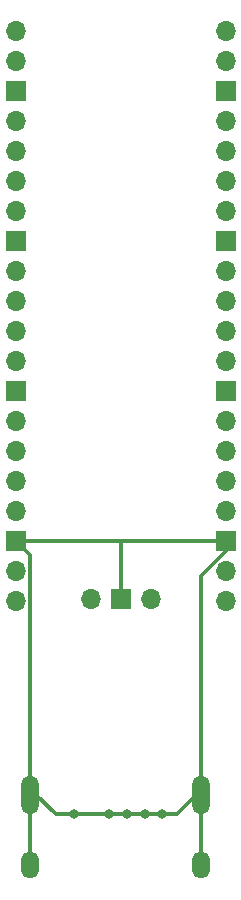
<source format=gbr>
%TF.GenerationSoftware,KiCad,Pcbnew,(6.0.0-0)*%
%TF.CreationDate,2022-10-23T16:11:07-04:00*%
%TF.ProjectId,HDMI_PICO,48444d49-5f50-4494-934f-2e6b69636164,rev?*%
%TF.SameCoordinates,Original*%
%TF.FileFunction,Copper,L2,Bot*%
%TF.FilePolarity,Positive*%
%FSLAX46Y46*%
G04 Gerber Fmt 4.6, Leading zero omitted, Abs format (unit mm)*
G04 Created by KiCad (PCBNEW (6.0.0-0)) date 2022-10-23 16:11:07*
%MOMM*%
%LPD*%
G01*
G04 APERTURE LIST*
%TA.AperFunction,ComponentPad*%
%ADD10O,1.700000X1.700000*%
%TD*%
%TA.AperFunction,ComponentPad*%
%ADD11R,1.700000X1.700000*%
%TD*%
%TA.AperFunction,ComponentPad*%
%ADD12O,1.500000X3.300000*%
%TD*%
%TA.AperFunction,ComponentPad*%
%ADD13O,1.500000X2.300000*%
%TD*%
%TA.AperFunction,ViaPad*%
%ADD14C,0.800000*%
%TD*%
%TA.AperFunction,Conductor*%
%ADD15C,0.300000*%
%TD*%
G04 APERTURE END LIST*
D10*
%TO.P,U1,1,GPIO0*%
%TO.N,unconnected-(U1-Pad1)*%
X175835000Y-62945000D03*
%TO.P,U1,2,GPIO1*%
%TO.N,unconnected-(U1-Pad2)*%
X175835000Y-65485000D03*
D11*
%TO.P,U1,3,GND*%
%TO.N,unconnected-(U1-Pad3)*%
X175835000Y-68025000D03*
D10*
%TO.P,U1,4,GPIO2*%
%TO.N,unconnected-(U1-Pad4)*%
X175835000Y-70565000D03*
%TO.P,U1,5,GPIO3*%
%TO.N,unconnected-(U1-Pad5)*%
X175835000Y-73105000D03*
%TO.P,U1,6,GPIO4*%
%TO.N,unconnected-(U1-Pad6)*%
X175835000Y-75645000D03*
%TO.P,U1,7,GPIO5*%
%TO.N,unconnected-(U1-Pad7)*%
X175835000Y-78185000D03*
D11*
%TO.P,U1,8,GND*%
%TO.N,unconnected-(U1-Pad8)*%
X175835000Y-80725000D03*
D10*
%TO.P,U1,9,GPIO6*%
%TO.N,unconnected-(U1-Pad9)*%
X175835000Y-83265000D03*
%TO.P,U1,10,GPIO7*%
%TO.N,unconnected-(U1-Pad10)*%
X175835000Y-85805000D03*
%TO.P,U1,11,GPIO8*%
%TO.N,unconnected-(U1-Pad11)*%
X175835000Y-88345000D03*
%TO.P,U1,12,GPIO9*%
%TO.N,unconnected-(U1-Pad12)*%
X175835000Y-90885000D03*
D11*
%TO.P,U1,13,GND*%
%TO.N,unconnected-(U1-Pad13)*%
X175835000Y-93425000D03*
D10*
%TO.P,U1,14,GPIO10*%
%TO.N,unconnected-(U1-Pad14)*%
X175835000Y-95965000D03*
%TO.P,U1,15,GPIO11*%
%TO.N,unconnected-(U1-Pad15)*%
X175835000Y-98505000D03*
%TO.P,U1,16,GPIO12*%
%TO.N,FC_HDMI_D0+*%
X175835000Y-101045000D03*
%TO.P,U1,17,GPIO13*%
%TO.N,FC_HDMI_D0-*%
X175835000Y-103585000D03*
D11*
%TO.P,U1,18,GND*%
%TO.N,GND*%
X175835000Y-106125000D03*
D10*
%TO.P,U1,19,GPIO14*%
%TO.N,FC_HDMI_CK+*%
X175835000Y-108665000D03*
%TO.P,U1,20,GPIO15*%
%TO.N,FC_HDMI_CK-*%
X175835000Y-111205000D03*
%TO.P,U1,21,GPIO16*%
%TO.N,FC_HDMI_D2+*%
X193615000Y-111205000D03*
%TO.P,U1,22,GPIO17*%
%TO.N,FC_HDMI_D2-*%
X193615000Y-108665000D03*
D11*
%TO.P,U1,23,GND*%
%TO.N,GND*%
X193615000Y-106125000D03*
D10*
%TO.P,U1,24,GPIO18*%
%TO.N,FC_HDMI_D1+*%
X193615000Y-103585000D03*
%TO.P,U1,25,GPIO19*%
%TO.N,FC_HDMI_D1-*%
X193615000Y-101045000D03*
%TO.P,U1,26,GPIO20*%
%TO.N,unconnected-(U1-Pad26)*%
X193615000Y-98505000D03*
%TO.P,U1,27,GPIO21*%
%TO.N,unconnected-(U1-Pad27)*%
X193615000Y-95965000D03*
D11*
%TO.P,U1,28,GND*%
%TO.N,unconnected-(U1-Pad28)*%
X193615000Y-93425000D03*
D10*
%TO.P,U1,29,GPIO22*%
%TO.N,unconnected-(U1-Pad29)*%
X193615000Y-90885000D03*
%TO.P,U1,30,RUN*%
%TO.N,Net-(SW1-Pad1)*%
X193615000Y-88345000D03*
%TO.P,U1,31,GPIO26_ADC0*%
%TO.N,unconnected-(U1-Pad31)*%
X193615000Y-85805000D03*
%TO.P,U1,32,GPIO27_ADC1*%
%TO.N,unconnected-(U1-Pad32)*%
X193615000Y-83265000D03*
D11*
%TO.P,U1,33,AGND*%
%TO.N,unconnected-(U1-Pad33)*%
X193615000Y-80725000D03*
D10*
%TO.P,U1,34,GPIO28_ADC2*%
%TO.N,unconnected-(U1-Pad34)*%
X193615000Y-78185000D03*
%TO.P,U1,35,ADC_VREF*%
%TO.N,unconnected-(U1-Pad35)*%
X193615000Y-75645000D03*
%TO.P,U1,36,3V3*%
%TO.N,unconnected-(U1-Pad36)*%
X193615000Y-73105000D03*
%TO.P,U1,37,3V3_EN*%
%TO.N,unconnected-(U1-Pad37)*%
X193615000Y-70565000D03*
D11*
%TO.P,U1,38,GND*%
%TO.N,unconnected-(U1-Pad38)*%
X193615000Y-68025000D03*
D10*
%TO.P,U1,39,VSYS*%
%TO.N,unconnected-(U1-Pad39)*%
X193615000Y-65485000D03*
%TO.P,U1,40,VBUS*%
%TO.N,unconnected-(U1-Pad40)*%
X193615000Y-62945000D03*
%TO.P,U1,41,SWCLK*%
%TO.N,unconnected-(U1-Pad41)*%
X182185000Y-110975000D03*
D11*
%TO.P,U1,42,GND*%
%TO.N,GND*%
X184725000Y-110975000D03*
D10*
%TO.P,U1,43,SWDIO*%
%TO.N,unconnected-(U1-Pad43)*%
X187265000Y-110975000D03*
%TD*%
D12*
%TO.P,J1,SH1,SH*%
%TO.N,GND*%
X191500000Y-127568250D03*
%TO.P,J1,SH2,SH*%
X177000000Y-127568250D03*
D13*
%TO.P,J1,SH3,SH*%
X177000000Y-133528250D03*
%TO.P,J1,SH4,SH*%
X191500000Y-133528250D03*
%TD*%
D14*
%TO.N,GND*%
X180750000Y-129225000D03*
X183750000Y-129225000D03*
X185250000Y-129225000D03*
X186750000Y-129225000D03*
X188250000Y-129225000D03*
%TD*%
D15*
%TO.N,GND*%
X177000000Y-127568250D02*
X177034511Y-127533739D01*
X177034511Y-127533739D02*
X177034511Y-107324511D01*
X177034511Y-107324511D02*
X175835000Y-106125000D01*
X191500000Y-127568250D02*
X191500000Y-109083634D01*
X191500000Y-109083634D02*
X193615000Y-106968634D01*
X193615000Y-106968634D02*
X193615000Y-106125000D01*
X191500000Y-127568250D02*
X191131750Y-127568250D01*
X191131750Y-127568250D02*
X189475000Y-129225000D01*
X189475000Y-129225000D02*
X188250000Y-129225000D01*
X177543250Y-127568250D02*
X179225000Y-129250000D01*
X177000000Y-127568250D02*
X177543250Y-127568250D01*
X180725000Y-129250000D02*
X180750000Y-129225000D01*
X179225000Y-129250000D02*
X180725000Y-129250000D01*
X183750000Y-129225000D02*
X180750000Y-129225000D01*
X185250000Y-129225000D02*
X183750000Y-129225000D01*
X186750000Y-129225000D02*
X185250000Y-129225000D01*
X188250000Y-129225000D02*
X186750000Y-129225000D01*
X191500000Y-133528250D02*
X191500000Y-127568250D01*
X177000000Y-133528250D02*
X177000000Y-127568250D01*
X193615000Y-106125000D02*
X184650000Y-106125000D01*
X184725000Y-110975000D02*
X184725000Y-106200000D01*
X184650000Y-106125000D02*
X175835000Y-106125000D01*
X184725000Y-106200000D02*
X184650000Y-106125000D01*
%TD*%
M02*

</source>
